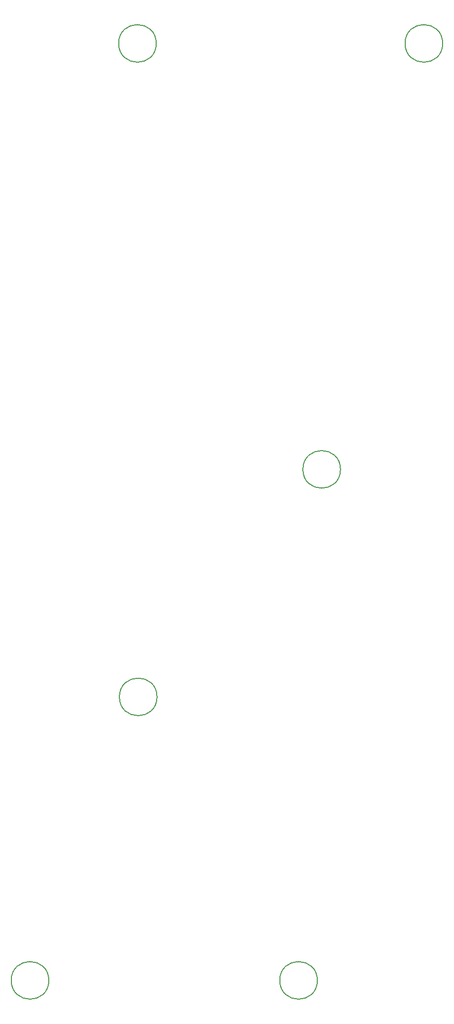
<source format=gbr>
G04 #@! TF.GenerationSoftware,KiCad,Pcbnew,(5.1.10-1-10_14)*
G04 #@! TF.CreationDate,2021-11-12T14:31:54-05:00*
G04 #@! TF.ProjectId,Guitar_Amp,47756974-6172-45f4-916d-702e6b696361,rev?*
G04 #@! TF.SameCoordinates,Original*
G04 #@! TF.FileFunction,Other,Comment*
%FSLAX46Y46*%
G04 Gerber Fmt 4.6, Leading zero omitted, Abs format (unit mm)*
G04 Created by KiCad (PCBNEW (5.1.10-1-10_14)) date 2021-11-12 14:31:54*
%MOMM*%
%LPD*%
G01*
G04 APERTURE LIST*
%ADD10C,0.150000*%
G04 APERTURE END LIST*
D10*
X92735000Y-170180000D02*
G75*
G03*
X92735000Y-170180000I-3200000J0D01*
G01*
X123977000Y-131445000D02*
G75*
G03*
X123977000Y-131445000I-3200000J0D01*
G01*
X92608000Y-58928000D02*
G75*
G03*
X92608000Y-58928000I-3200000J0D01*
G01*
X141376000Y-58928000D02*
G75*
G03*
X141376000Y-58928000I-3200000J0D01*
G01*
X74320000Y-218440000D02*
G75*
G03*
X74320000Y-218440000I-3200000J0D01*
G01*
X120040000Y-218440000D02*
G75*
G03*
X120040000Y-218440000I-3200000J0D01*
G01*
M02*

</source>
